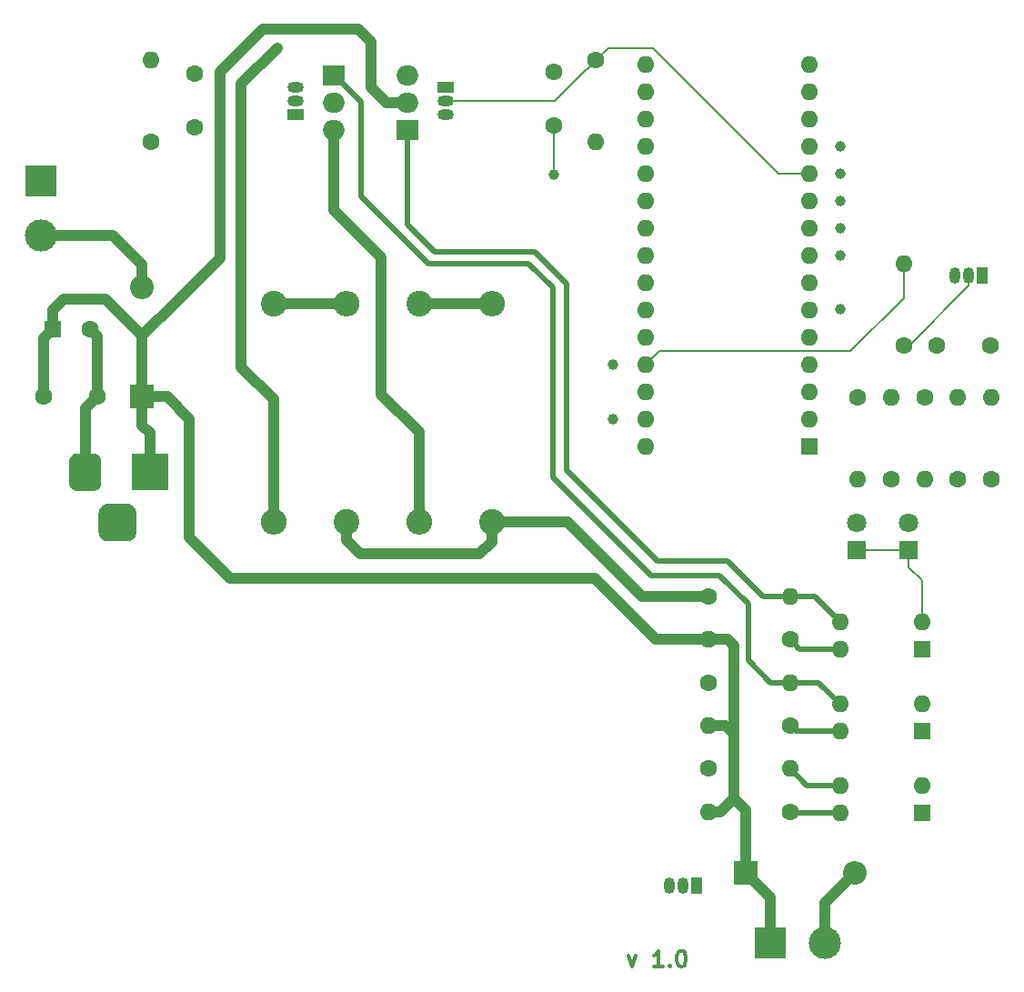
<source format=gtl>
G04 #@! TF.GenerationSoftware,KiCad,Pcbnew,5.1.5+dfsg1-2build2*
G04 #@! TF.CreationDate,2022-01-27T10:42:47-03:00*
G04 #@! TF.ProjectId,TeCoLab_Board,5465436f-4c61-4625-9f42-6f6172642e6b,1.00*
G04 #@! TF.SameCoordinates,Original*
G04 #@! TF.FileFunction,Copper,L1,Top*
G04 #@! TF.FilePolarity,Positive*
%FSLAX46Y46*%
G04 Gerber Fmt 4.6, Leading zero omitted, Abs format (unit mm)*
G04 Created by KiCad (PCBNEW 5.1.5+dfsg1-2build2) date 2022-01-27 10:42:47*
%MOMM*%
%LPD*%
G04 APERTURE LIST*
%ADD10C,0.300000*%
%ADD11R,1.600000X1.600000*%
%ADD12O,1.600000X1.600000*%
%ADD13C,1.600000*%
%ADD14O,2.400000X2.400000*%
%ADD15C,2.400000*%
%ADD16R,1.800000X1.800000*%
%ADD17C,1.800000*%
%ADD18R,2.200000X2.200000*%
%ADD19O,2.200000X2.200000*%
%ADD20R,3.500000X3.500000*%
%ADD21C,0.150000*%
%ADD22R,3.000000X3.000000*%
%ADD23C,3.000000*%
%ADD24O,1.050000X1.500000*%
%ADD25R,1.050000X1.500000*%
%ADD26R,2.000000X1.905000*%
%ADD27O,2.000000X1.905000*%
%ADD28O,1.500000X1.050000*%
%ADD29R,1.500000X1.050000*%
%ADD30C,1.000000*%
%ADD31C,0.200000*%
%ADD32C,1.000000*%
%ADD33C,0.500000*%
G04 APERTURE END LIST*
D10*
X165078114Y-124189371D02*
X165435257Y-125189371D01*
X165792400Y-124189371D01*
X168292400Y-125189371D02*
X167435257Y-125189371D01*
X167863828Y-125189371D02*
X167863828Y-123689371D01*
X167720971Y-123903657D01*
X167578114Y-124046514D01*
X167435257Y-124117942D01*
X168935257Y-125046514D02*
X169006685Y-125117942D01*
X168935257Y-125189371D01*
X168863828Y-125117942D01*
X168935257Y-125046514D01*
X168935257Y-125189371D01*
X169935257Y-123689371D02*
X170078114Y-123689371D01*
X170220971Y-123760800D01*
X170292400Y-123832228D01*
X170363828Y-123975085D01*
X170435257Y-124260800D01*
X170435257Y-124617942D01*
X170363828Y-124903657D01*
X170292400Y-125046514D01*
X170220971Y-125117942D01*
X170078114Y-125189371D01*
X169935257Y-125189371D01*
X169792400Y-125117942D01*
X169720971Y-125046514D01*
X169649542Y-124903657D01*
X169578114Y-124617942D01*
X169578114Y-124260800D01*
X169649542Y-123975085D01*
X169720971Y-123832228D01*
X169792400Y-123760800D01*
X169935257Y-123689371D01*
D11*
X192384680Y-95615760D03*
D12*
X184764680Y-93075760D03*
X192384680Y-93075760D03*
X184764680Y-95615760D03*
D13*
X115637320Y-72090280D03*
X110637320Y-72090280D03*
D11*
X181899560Y-76733400D03*
D12*
X166659560Y-43713400D03*
X181899560Y-74193400D03*
X166659560Y-46253400D03*
X181899560Y-71653400D03*
X166659560Y-48793400D03*
X181899560Y-69113400D03*
X166659560Y-51333400D03*
X181899560Y-66573400D03*
X166659560Y-53873400D03*
X181899560Y-64033400D03*
X166659560Y-56413400D03*
X181899560Y-61493400D03*
X166659560Y-58953400D03*
X181899560Y-58953400D03*
X166659560Y-61493400D03*
X181899560Y-56413400D03*
X166659560Y-64033400D03*
X181899560Y-53873400D03*
X166659560Y-66573400D03*
X181899560Y-51333400D03*
X166659560Y-69113400D03*
X181899560Y-48793400D03*
X166659560Y-71653400D03*
X181899560Y-46253400D03*
X166659560Y-74193400D03*
X181899560Y-43713400D03*
X166659560Y-76733400D03*
X181899560Y-41173400D03*
X166659560Y-41173400D03*
D14*
X152349200Y-63454280D03*
D15*
X152349200Y-83774280D03*
X132029200Y-63454280D03*
D14*
X132029200Y-83774280D03*
D11*
X111455200Y-65852040D03*
D13*
X114955200Y-65852040D03*
X193746120Y-67299840D03*
X198746120Y-67299840D03*
X124703840Y-47042080D03*
X124703840Y-42042080D03*
X158109920Y-41869360D03*
X158109920Y-46869360D03*
D16*
X191135000Y-86385400D03*
D17*
X191135000Y-83845400D03*
X186359800Y-83880960D03*
D16*
X186359800Y-86420960D03*
D18*
X119811800Y-72090280D03*
D19*
X119811800Y-61930280D03*
X186131200Y-116474240D03*
D18*
X175971200Y-116474240D03*
D20*
X120507760Y-79126080D03*
G04 #@! TA.AperFunction,ComponentPad*
D21*
G36*
X115331273Y-77379691D02*
G01*
X115404078Y-77390491D01*
X115475474Y-77408375D01*
X115544773Y-77433170D01*
X115611308Y-77464639D01*
X115674438Y-77502478D01*
X115733555Y-77546322D01*
X115788090Y-77595750D01*
X115837518Y-77650285D01*
X115881362Y-77709402D01*
X115919201Y-77772532D01*
X115950670Y-77839067D01*
X115975465Y-77908366D01*
X115993349Y-77979762D01*
X116004149Y-78052567D01*
X116007760Y-78126080D01*
X116007760Y-80126080D01*
X116004149Y-80199593D01*
X115993349Y-80272398D01*
X115975465Y-80343794D01*
X115950670Y-80413093D01*
X115919201Y-80479628D01*
X115881362Y-80542758D01*
X115837518Y-80601875D01*
X115788090Y-80656410D01*
X115733555Y-80705838D01*
X115674438Y-80749682D01*
X115611308Y-80787521D01*
X115544773Y-80818990D01*
X115475474Y-80843785D01*
X115404078Y-80861669D01*
X115331273Y-80872469D01*
X115257760Y-80876080D01*
X113757760Y-80876080D01*
X113684247Y-80872469D01*
X113611442Y-80861669D01*
X113540046Y-80843785D01*
X113470747Y-80818990D01*
X113404212Y-80787521D01*
X113341082Y-80749682D01*
X113281965Y-80705838D01*
X113227430Y-80656410D01*
X113178002Y-80601875D01*
X113134158Y-80542758D01*
X113096319Y-80479628D01*
X113064850Y-80413093D01*
X113040055Y-80343794D01*
X113022171Y-80272398D01*
X113011371Y-80199593D01*
X113007760Y-80126080D01*
X113007760Y-78126080D01*
X113011371Y-78052567D01*
X113022171Y-77979762D01*
X113040055Y-77908366D01*
X113064850Y-77839067D01*
X113096319Y-77772532D01*
X113134158Y-77709402D01*
X113178002Y-77650285D01*
X113227430Y-77595750D01*
X113281965Y-77546322D01*
X113341082Y-77502478D01*
X113404212Y-77464639D01*
X113470747Y-77433170D01*
X113540046Y-77408375D01*
X113611442Y-77390491D01*
X113684247Y-77379691D01*
X113757760Y-77376080D01*
X115257760Y-77376080D01*
X115331273Y-77379691D01*
G37*
G04 #@! TD.AperFunction*
G04 #@! TA.AperFunction,ComponentPad*
G36*
X118468525Y-82080293D02*
G01*
X118553464Y-82092893D01*
X118636759Y-82113757D01*
X118717608Y-82142685D01*
X118795232Y-82179399D01*
X118868884Y-82223544D01*
X118937854Y-82274696D01*
X119001478Y-82332362D01*
X119059144Y-82395986D01*
X119110296Y-82464956D01*
X119154441Y-82538608D01*
X119191155Y-82616232D01*
X119220083Y-82697081D01*
X119240947Y-82780376D01*
X119253547Y-82865315D01*
X119257760Y-82951080D01*
X119257760Y-84701080D01*
X119253547Y-84786845D01*
X119240947Y-84871784D01*
X119220083Y-84955079D01*
X119191155Y-85035928D01*
X119154441Y-85113552D01*
X119110296Y-85187204D01*
X119059144Y-85256174D01*
X119001478Y-85319798D01*
X118937854Y-85377464D01*
X118868884Y-85428616D01*
X118795232Y-85472761D01*
X118717608Y-85509475D01*
X118636759Y-85538403D01*
X118553464Y-85559267D01*
X118468525Y-85571867D01*
X118382760Y-85576080D01*
X116632760Y-85576080D01*
X116546995Y-85571867D01*
X116462056Y-85559267D01*
X116378761Y-85538403D01*
X116297912Y-85509475D01*
X116220288Y-85472761D01*
X116146636Y-85428616D01*
X116077666Y-85377464D01*
X116014042Y-85319798D01*
X115956376Y-85256174D01*
X115905224Y-85187204D01*
X115861079Y-85113552D01*
X115824365Y-85035928D01*
X115795437Y-84955079D01*
X115774573Y-84871784D01*
X115761973Y-84786845D01*
X115757760Y-84701080D01*
X115757760Y-82951080D01*
X115761973Y-82865315D01*
X115774573Y-82780376D01*
X115795437Y-82697081D01*
X115824365Y-82616232D01*
X115861079Y-82538608D01*
X115905224Y-82464956D01*
X115956376Y-82395986D01*
X116014042Y-82332362D01*
X116077666Y-82274696D01*
X116146636Y-82223544D01*
X116220288Y-82179399D01*
X116297912Y-82142685D01*
X116378761Y-82113757D01*
X116462056Y-82092893D01*
X116546995Y-82080293D01*
X116632760Y-82076080D01*
X118382760Y-82076080D01*
X118468525Y-82080293D01*
G37*
G04 #@! TD.AperFunction*
D22*
X110342680Y-52029360D03*
D23*
X110342680Y-57109360D03*
X183337200Y-122951240D03*
D22*
X178257200Y-122951240D03*
D24*
X170129200Y-117617240D03*
X168859200Y-117617240D03*
D25*
X171399200Y-117617240D03*
D26*
X137657840Y-42169080D03*
D27*
X137657840Y-44709080D03*
X137657840Y-47249080D03*
X144515840Y-42169080D03*
X144515840Y-44709080D03*
D26*
X144515840Y-47249080D03*
D13*
X186415680Y-72161400D03*
D12*
X186415680Y-79781400D03*
X192638680Y-79781400D03*
D13*
X192638680Y-72161400D03*
D12*
X190687960Y-59700160D03*
D13*
X190687960Y-67320160D03*
X189527180Y-79781400D03*
D12*
X189527180Y-72161400D03*
X120639840Y-40772080D03*
D13*
X120639840Y-48392080D03*
D12*
X172506640Y-110749080D03*
D13*
X180126640Y-110749080D03*
X172506640Y-106739944D03*
D12*
X180126640Y-106739944D03*
D13*
X162041840Y-40772080D03*
D12*
X162041840Y-48392080D03*
D13*
X195750180Y-79781400D03*
D12*
X195750180Y-72161400D03*
X198861680Y-72161400D03*
D13*
X198861680Y-79781400D03*
X180126640Y-102730808D03*
D12*
X172506640Y-102730808D03*
X180126640Y-98721672D03*
D13*
X172506640Y-98721672D03*
D12*
X172506640Y-94712536D03*
D13*
X180126640Y-94712536D03*
X172506640Y-90703400D03*
D12*
X180126640Y-90703400D03*
D15*
X145575866Y-63454280D03*
D14*
X145575866Y-83774280D03*
X138802533Y-63454280D03*
D15*
X138802533Y-83774280D03*
D25*
X198018400Y-60822840D03*
D24*
X195478400Y-60822840D03*
X196748400Y-60822840D03*
D11*
X192384680Y-110855760D03*
D12*
X184764680Y-108315760D03*
X192384680Y-108315760D03*
X184764680Y-110855760D03*
D28*
X134101840Y-44582080D03*
X134101840Y-43312080D03*
D29*
X134101840Y-45852080D03*
X148071840Y-43312080D03*
D28*
X148071840Y-45852080D03*
X148071840Y-44582080D03*
D12*
X184764680Y-103235760D03*
X192384680Y-100695760D03*
X184764680Y-100695760D03*
D11*
X192384680Y-103235760D03*
D30*
X163626800Y-74183240D03*
X184764680Y-63982600D03*
X184764680Y-58958480D03*
X184764680Y-56382920D03*
X184764680Y-53858160D03*
X184764680Y-51363880D03*
X163652200Y-69103240D03*
X184825640Y-48768000D03*
X158109920Y-51450240D03*
X132354320Y-39649400D03*
D31*
X191201080Y-67320160D02*
X190687960Y-67320160D01*
X196748400Y-61772840D02*
X191201080Y-67320160D01*
X196748400Y-60822840D02*
X196748400Y-61772840D01*
X181899560Y-51333400D02*
X179054760Y-51333400D01*
X179054760Y-51333400D02*
X167345360Y-39624000D01*
X163189920Y-39624000D02*
X162041840Y-40772080D01*
X167345360Y-39624000D02*
X163189920Y-39624000D01*
X161241841Y-41572079D02*
X161221521Y-41572079D01*
X162041840Y-40772080D02*
X161241841Y-41572079D01*
X158211520Y-44582080D02*
X148071840Y-44582080D01*
X161221521Y-41572079D02*
X158211520Y-44582080D01*
X167949880Y-67823080D02*
X166659560Y-69113400D01*
X185770520Y-67823080D02*
X167949880Y-67823080D01*
X190687960Y-62905640D02*
X185770520Y-67823080D01*
X190687960Y-59700160D02*
X190687960Y-62905640D01*
X191099440Y-86420960D02*
X191135000Y-86385400D01*
X186359800Y-86420960D02*
X191099440Y-86420960D01*
X192384680Y-93075760D02*
X192384680Y-89209880D01*
X191135000Y-87960200D02*
X191135000Y-86385400D01*
X192384680Y-89209880D02*
X191135000Y-87960200D01*
X158109920Y-51450240D02*
X158109920Y-46869360D01*
D32*
X110637320Y-66669920D02*
X111455200Y-65852040D01*
X110637320Y-72090280D02*
X110637320Y-66669920D01*
X111455200Y-64052040D02*
X112510160Y-62997080D01*
X111455200Y-65852040D02*
X111455200Y-64052040D01*
X112510160Y-62997080D02*
X116362480Y-62997080D01*
X119811800Y-66446400D02*
X119811800Y-72090280D01*
X116362480Y-62997080D02*
X119811800Y-66446400D01*
X144468340Y-44709080D02*
X144427700Y-44749720D01*
X144515840Y-44709080D02*
X144468340Y-44709080D01*
X174879000Y-109508090D02*
X173638010Y-110749080D01*
X173638010Y-110749080D02*
X172506640Y-110749080D01*
X174275496Y-94712536D02*
X174879000Y-95316040D01*
X172506640Y-94712536D02*
X174275496Y-94712536D01*
X174879000Y-109508090D02*
X174879000Y-103505000D01*
X174104808Y-102730808D02*
X172506640Y-102730808D01*
X174879000Y-103505000D02*
X174104808Y-102730808D01*
X174879000Y-103505000D02*
X174879000Y-95316040D01*
X175971200Y-110600290D02*
X175971200Y-116474240D01*
X174879000Y-109508090D02*
X175971200Y-110600290D01*
X178257200Y-118760240D02*
X175971200Y-116474240D01*
X178257200Y-122951240D02*
X178257200Y-118760240D01*
X141122400Y-39065200D02*
X139898120Y-37840920D01*
X141122400Y-43315640D02*
X141122400Y-39065200D01*
X142515840Y-44709080D02*
X141122400Y-43315640D01*
X123093480Y-63164720D02*
X119811800Y-66446400D01*
X144515840Y-44709080D02*
X142515840Y-44709080D01*
X172506640Y-94712536D02*
X167646096Y-94712536D01*
X167646096Y-94712536D02*
X161935160Y-89001600D01*
X161935160Y-89001600D02*
X128031240Y-89001600D01*
X128031240Y-89001600D02*
X124211080Y-85181440D01*
X124211080Y-85181440D02*
X124211080Y-74178160D01*
X122123200Y-72090280D02*
X119811800Y-72090280D01*
X124211080Y-74178160D02*
X122123200Y-72090280D01*
X139898120Y-37840920D02*
X131074160Y-37840920D01*
X131074160Y-37840920D02*
X127060960Y-41854120D01*
X127060960Y-59197240D02*
X123093480Y-63164720D01*
X127060960Y-41854120D02*
X127060960Y-59197240D01*
X119811800Y-72090280D02*
X119811800Y-74777600D01*
X120507760Y-75473560D02*
X120507760Y-79126080D01*
X119811800Y-74777600D02*
X120507760Y-75473560D01*
X115637320Y-66534160D02*
X114955200Y-65852040D01*
X115637320Y-72090280D02*
X115637320Y-66534160D01*
X172506640Y-90703400D02*
X166339520Y-90703400D01*
X159410400Y-83774280D02*
X152349200Y-83774280D01*
X166339520Y-90703400D02*
X159410400Y-83774280D01*
X138802533Y-85471336D02*
X140097597Y-86766400D01*
X138802533Y-83774280D02*
X138802533Y-85471336D01*
X140097597Y-86766400D02*
X151206200Y-86766400D01*
X152349200Y-85623400D02*
X152349200Y-83774280D01*
X151206200Y-86766400D02*
X152349200Y-85623400D01*
X114507760Y-73219840D02*
X115637320Y-72090280D01*
X114507760Y-79126080D02*
X114507760Y-73219840D01*
X110342680Y-57109360D02*
X117088920Y-57109360D01*
X119811800Y-59832240D02*
X119811800Y-61930280D01*
X117088920Y-57109360D02*
X119811800Y-59832240D01*
X183337200Y-119268240D02*
X186131200Y-116474240D01*
X183337200Y-122951240D02*
X183337200Y-119268240D01*
D33*
X181702456Y-108315760D02*
X180126640Y-106739944D01*
X184764680Y-108315760D02*
X181702456Y-108315760D01*
X182790592Y-98721672D02*
X184764680Y-100695760D01*
X180126640Y-98721672D02*
X182790592Y-98721672D01*
X137705340Y-42169080D02*
X140182600Y-44646340D01*
X137657840Y-42169080D02*
X137705340Y-42169080D01*
X140182600Y-44646340D02*
X140182600Y-53456840D01*
X140182600Y-53456840D02*
X146446240Y-59720480D01*
X146446240Y-59720480D02*
X155788360Y-59720480D01*
X155788360Y-59720480D02*
X158023560Y-61955680D01*
X158023560Y-61955680D02*
X158023560Y-79629000D01*
X158023560Y-79629000D02*
X167157400Y-88762840D01*
X167157400Y-88762840D02*
X173573440Y-88762840D01*
X173573440Y-88762840D02*
X176215040Y-91404440D01*
X176215040Y-91404440D02*
X176215040Y-96662240D01*
X178274472Y-98721672D02*
X180126640Y-98721672D01*
X176215040Y-96662240D02*
X178274472Y-98721672D01*
D32*
X145575866Y-83774280D02*
X145575866Y-75410906D01*
X145575866Y-75410906D02*
X142052040Y-71887080D01*
X142052040Y-71887080D02*
X142052040Y-59100720D01*
X137657840Y-54706520D02*
X137657840Y-47249080D01*
X142052040Y-59100720D02*
X137657840Y-54706520D01*
X132029200Y-83774280D02*
X132029200Y-72369680D01*
X132029200Y-72369680D02*
X129011680Y-69352160D01*
X129011680Y-69352160D02*
X129011680Y-42992040D01*
X129011680Y-42992040D02*
X132354320Y-39649400D01*
D33*
X182392320Y-90703400D02*
X184764680Y-93075760D01*
X180126640Y-90703400D02*
X182392320Y-90703400D01*
X144515840Y-47249080D02*
X144515840Y-56118760D01*
X144515840Y-56118760D02*
X147030440Y-58633360D01*
X147030440Y-58633360D02*
X156326840Y-58633360D01*
X156326840Y-58633360D02*
X159293560Y-61600080D01*
X159293560Y-61600080D02*
X159293560Y-78912720D01*
X159293560Y-78912720D02*
X167807640Y-87426800D01*
X167807640Y-87426800D02*
X174299880Y-87426800D01*
X177576480Y-90703400D02*
X180126640Y-90703400D01*
X174299880Y-87426800D02*
X177576480Y-90703400D01*
X180233320Y-110855760D02*
X180126640Y-110749080D01*
X184764680Y-110855760D02*
X180233320Y-110855760D01*
X180631592Y-103235760D02*
X180126640Y-102730808D01*
X184764680Y-103235760D02*
X180631592Y-103235760D01*
X184383680Y-95996760D02*
X184764680Y-95615760D01*
X181029864Y-95615760D02*
X180126640Y-94712536D01*
X184764680Y-95615760D02*
X181029864Y-95615760D01*
D32*
X152349200Y-63454280D02*
X145575866Y-63454280D01*
X138802533Y-63454280D02*
X132029200Y-63454280D01*
M02*

</source>
